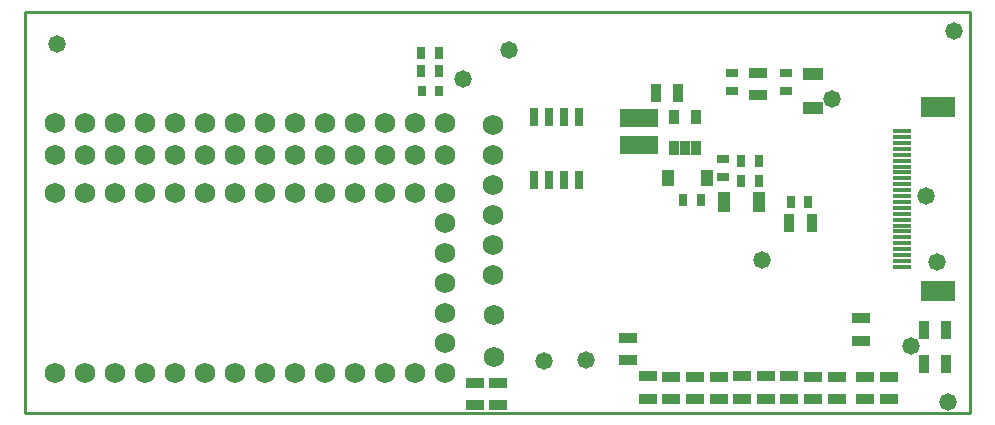
<source format=gts>
G04*
G04 #@! TF.GenerationSoftware,Altium Limited,Altium Designer,21.7.2 (23)*
G04*
G04 Layer_Color=8388736*
%FSLAX25Y25*%
%MOIN*%
G70*
G04*
G04 #@! TF.SameCoordinates,B8BBB409-1C5D-4E28-8008-B1E3FC97E4F7*
G04*
G04*
G04 #@! TF.FilePolarity,Negative*
G04*
G01*
G75*
%ADD10C,0.01000*%
%ADD25R,0.03556X0.04737*%
%ADD26R,0.12808X0.05918*%
%ADD27R,0.03162X0.03556*%
%ADD28R,0.04383X0.05603*%
%ADD29R,0.03162X0.06312*%
%ADD30R,0.05918X0.01784*%
%ADD31R,0.11824X0.07099*%
%ADD32R,0.05918X0.03556*%
%ADD33R,0.03556X0.05918*%
%ADD34R,0.03162X0.04343*%
%ADD35R,0.07099X0.04343*%
%ADD36R,0.04343X0.03162*%
%ADD37R,0.04343X0.07099*%
%ADD38C,0.06902*%
%ADD39C,0.05800*%
D10*
X314961D01*
Y133858D01*
X0D02*
X314961D01*
X0Y0D02*
Y133858D01*
D25*
X219882Y88587D02*
D03*
X223622Y88583D02*
D03*
X216142D02*
D03*
Y98740D02*
D03*
X223622D02*
D03*
D26*
X204724Y89488D02*
D03*
Y98622D02*
D03*
D27*
X137795Y107480D02*
D03*
X132283D02*
D03*
D28*
X227224Y78347D02*
D03*
X214346D02*
D03*
D29*
X174685Y77953D02*
D03*
X169567D02*
D03*
X169685Y98819D02*
D03*
X179685Y77953D02*
D03*
X184685D02*
D03*
X179685Y98819D02*
D03*
X184685D02*
D03*
X174685D02*
D03*
D30*
X292126Y50787D02*
D03*
Y52756D02*
D03*
Y54724D02*
D03*
Y56693D02*
D03*
Y58661D02*
D03*
Y76378D02*
D03*
Y60630D02*
D03*
Y62598D02*
D03*
Y64567D02*
D03*
Y66535D02*
D03*
Y68504D02*
D03*
Y70472D02*
D03*
Y72441D02*
D03*
Y74409D02*
D03*
Y78347D02*
D03*
Y80315D02*
D03*
Y82284D02*
D03*
Y84252D02*
D03*
Y86221D02*
D03*
Y88189D02*
D03*
Y90158D02*
D03*
Y92126D02*
D03*
Y94095D02*
D03*
Y48819D02*
D03*
D31*
X304252Y40945D02*
D03*
X304252Y101969D02*
D03*
D32*
X278740Y31693D02*
D03*
Y24213D02*
D03*
X262598Y4724D02*
D03*
Y12204D02*
D03*
X270472Y4724D02*
D03*
Y12204D02*
D03*
X246850Y4921D02*
D03*
Y12401D02*
D03*
X287795Y4725D02*
D03*
Y12205D02*
D03*
X279921D02*
D03*
Y4725D02*
D03*
X254724Y4921D02*
D03*
Y12401D02*
D03*
X238870Y12301D02*
D03*
Y4821D02*
D03*
X231102Y12205D02*
D03*
Y4725D02*
D03*
X223228Y12205D02*
D03*
Y4725D02*
D03*
X215354Y12205D02*
D03*
Y4725D02*
D03*
X207480Y12401D02*
D03*
Y4921D02*
D03*
X200787Y17717D02*
D03*
Y25197D02*
D03*
X244382Y113484D02*
D03*
Y106004D02*
D03*
X157480Y2757D02*
D03*
Y10236D02*
D03*
X150000Y2757D02*
D03*
Y10236D02*
D03*
D33*
X307087Y27953D02*
D03*
X299607D02*
D03*
X307087Y16535D02*
D03*
X299608D02*
D03*
X254725Y63386D02*
D03*
X262205D02*
D03*
X217717Y106693D02*
D03*
X210237D02*
D03*
D34*
X261024Y70472D02*
D03*
X255112D02*
D03*
X225197Y71260D02*
D03*
X219285D02*
D03*
X244494Y77559D02*
D03*
X238583D02*
D03*
X238577Y84252D02*
D03*
X244488D02*
D03*
X137801Y114173D02*
D03*
X131890D02*
D03*
Y120079D02*
D03*
X137801D02*
D03*
D35*
X262492Y101862D02*
D03*
Y113280D02*
D03*
D36*
X235720Y113484D02*
D03*
Y107572D02*
D03*
X253437Y113484D02*
D03*
Y107572D02*
D03*
X232677Y78740D02*
D03*
Y84652D02*
D03*
D37*
X244489Y70472D02*
D03*
X233071D02*
D03*
D38*
X109921Y13622D02*
D03*
X9921D02*
D03*
X19921D02*
D03*
X29921D02*
D03*
X39921D02*
D03*
X49921D02*
D03*
X59921D02*
D03*
X69921D02*
D03*
X79921D02*
D03*
X89921D02*
D03*
X99921D02*
D03*
X119921D02*
D03*
X9921Y73622D02*
D03*
X49921D02*
D03*
X59921D02*
D03*
X69921D02*
D03*
X79921D02*
D03*
X89921D02*
D03*
X99921D02*
D03*
X109921D02*
D03*
X119921D02*
D03*
X129921D02*
D03*
X139921Y63622D02*
D03*
Y53622D02*
D03*
Y43622D02*
D03*
Y33622D02*
D03*
Y23622D02*
D03*
X129921Y13622D02*
D03*
X139921D02*
D03*
Y73622D02*
D03*
X19921D02*
D03*
X29921D02*
D03*
X39921D02*
D03*
X155905Y56221D02*
D03*
Y76221D02*
D03*
Y86221D02*
D03*
Y66220D02*
D03*
Y46220D02*
D03*
Y96220D02*
D03*
X156299Y32677D02*
D03*
Y18898D02*
D03*
X120079Y86221D02*
D03*
X40079Y96720D02*
D03*
X30079D02*
D03*
X20079D02*
D03*
X140079D02*
D03*
X130079D02*
D03*
X120079D02*
D03*
X110079D02*
D03*
X100079D02*
D03*
X90079D02*
D03*
X80079D02*
D03*
X70079D02*
D03*
X60079D02*
D03*
X50079D02*
D03*
X10079D02*
D03*
Y86221D02*
D03*
X70079D02*
D03*
X110079D02*
D03*
X60079D02*
D03*
X40079D02*
D03*
X50079D02*
D03*
X30079D02*
D03*
X20079D02*
D03*
X130079D02*
D03*
X100079D02*
D03*
X90079D02*
D03*
X80079D02*
D03*
X140079D02*
D03*
D39*
X146063Y111417D02*
D03*
X172835Y17323D02*
D03*
X295276Y22441D02*
D03*
X268898Y104724D02*
D03*
X300394Y72441D02*
D03*
X309449Y127559D02*
D03*
X307480Y3937D02*
D03*
X303937Y50394D02*
D03*
X187008Y17717D02*
D03*
X245669Y51181D02*
D03*
X161417Y121260D02*
D03*
X10630Y123228D02*
D03*
M02*

</source>
